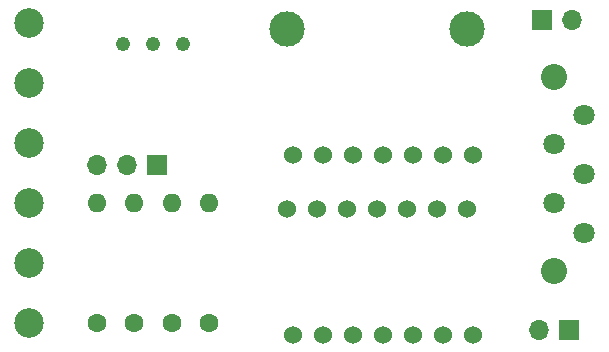
<source format=gbr>
%TF.GenerationSoftware,KiCad,Pcbnew,6.0.11-2627ca5db0~126~ubuntu22.04.1*%
%TF.CreationDate,2024-03-24T13:08:48-07:00*%
%TF.ProjectId,prototype-knob,70726f74-6f74-4797-9065-2d6b6e6f622e,rev?*%
%TF.SameCoordinates,Original*%
%TF.FileFunction,Soldermask,Top*%
%TF.FilePolarity,Negative*%
%FSLAX46Y46*%
G04 Gerber Fmt 4.6, Leading zero omitted, Abs format (unit mm)*
G04 Created by KiCad (PCBNEW 6.0.11-2627ca5db0~126~ubuntu22.04.1) date 2024-03-24 13:08:48*
%MOMM*%
%LPD*%
G01*
G04 APERTURE LIST*
%ADD10C,2.500000*%
%ADD11C,1.219200*%
%ADD12C,1.524000*%
%ADD13C,3.000000*%
%ADD14C,1.803400*%
%ADD15C,2.209800*%
%ADD16O,1.600000X1.600000*%
%ADD17C,1.600000*%
%ADD18R,1.700000X1.700000*%
%ADD19O,1.700000X1.700000*%
G04 APERTURE END LIST*
D10*
%TO.C,*%
X-46990000Y-7620000D03*
%TD*%
%TO.C,*%
X-46990000Y-2540000D03*
%TD*%
%TO.C,*%
X-46990000Y2540000D03*
%TD*%
%TO.C,*%
X-46990000Y7620000D03*
%TD*%
%TO.C,*%
X-46990000Y12700000D03*
%TD*%
%TO.C,REF\u002A\u002A*%
X-46990000Y17780000D03*
%TD*%
D11*
%TO.C,U4*%
X-34000000Y16000000D03*
X-36540000Y16000000D03*
X-39080000Y16000000D03*
%TD*%
D12*
%TO.C,U3*%
X-24620000Y-8620000D03*
X-22080000Y-8620000D03*
X-19540000Y-8620000D03*
X-17000000Y-8620000D03*
X-14460000Y-8620000D03*
X-11920000Y-8620000D03*
X-9380000Y-8620000D03*
X-9380000Y6620000D03*
X-11920000Y6620000D03*
X-14460000Y6620000D03*
X-17060381Y6608086D03*
X-19540000Y6620000D03*
X-22080000Y6620000D03*
X-24638277Y6577895D03*
%TD*%
D13*
%TO.C,U2*%
X-9920000Y17240000D03*
X-25160000Y17240000D03*
D12*
X-9920000Y2000000D03*
X-12460000Y2000000D03*
X-15000000Y2000000D03*
X-17540000Y2000000D03*
X-20080000Y2000000D03*
X-22620000Y2000000D03*
X-25160000Y2000000D03*
%TD*%
D14*
%TO.C,U1*%
X0Y0D03*
X0Y5000000D03*
X0Y10000000D03*
X-2600000Y2500000D03*
X-2600000Y7500000D03*
D15*
X-2600000Y13200002D03*
X-2600000Y-3200001D03*
%TD*%
D16*
%TO.C,R4*%
X-41275000Y2540000D03*
D17*
X-41275000Y-7620000D03*
%TD*%
D16*
%TO.C,R3*%
X-38100000Y2540000D03*
D17*
X-38100000Y-7620000D03*
%TD*%
D16*
%TO.C,R2*%
X-34925000Y2540000D03*
D17*
X-34925000Y-7620000D03*
%TD*%
D16*
%TO.C,R1*%
X-31750000Y2540000D03*
D17*
X-31750000Y-7620000D03*
%TD*%
D18*
%TO.C,J3*%
X-3540000Y18000000D03*
D19*
X-1000000Y18000000D03*
%TD*%
D18*
%TO.C,J2*%
X-1270000Y-8255000D03*
D19*
X-3810000Y-8255000D03*
%TD*%
D18*
%TO.C,J1*%
X-36210000Y5715000D03*
D19*
X-38750000Y5715000D03*
X-41290000Y5715000D03*
%TD*%
M02*

</source>
